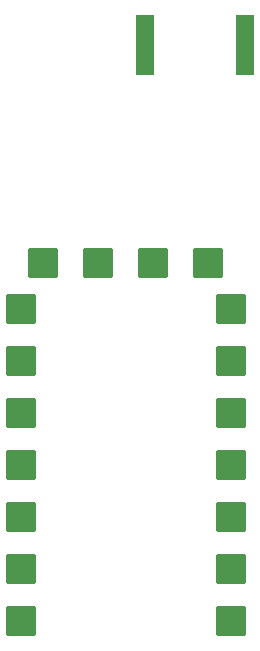
<source format=gbr>
%TF.GenerationSoftware,KiCad,Pcbnew,8.0.7*%
%TF.CreationDate,2025-01-11T16:41:09-06:00*%
%TF.ProjectId,ptSolar,7074536f-6c61-4722-9e6b-696361645f70,rev?*%
%TF.SameCoordinates,Original*%
%TF.FileFunction,Paste,Bot*%
%TF.FilePolarity,Positive*%
%FSLAX46Y46*%
G04 Gerber Fmt 4.6, Leading zero omitted, Abs format (unit mm)*
G04 Created by KiCad (PCBNEW 8.0.7) date 2025-01-11 16:41:09*
%MOMM*%
%LPD*%
G01*
G04 APERTURE LIST*
G04 Aperture macros list*
%AMRoundRect*
0 Rectangle with rounded corners*
0 $1 Rounding radius*
0 $2 $3 $4 $5 $6 $7 $8 $9 X,Y pos of 4 corners*
0 Add a 4 corners polygon primitive as box body*
4,1,4,$2,$3,$4,$5,$6,$7,$8,$9,$2,$3,0*
0 Add four circle primitives for the rounded corners*
1,1,$1+$1,$2,$3*
1,1,$1+$1,$4,$5*
1,1,$1+$1,$6,$7*
1,1,$1+$1,$8,$9*
0 Add four rect primitives between the rounded corners*
20,1,$1+$1,$2,$3,$4,$5,0*
20,1,$1+$1,$4,$5,$6,$7,0*
20,1,$1+$1,$6,$7,$8,$9,0*
20,1,$1+$1,$8,$9,$2,$3,0*%
G04 Aperture macros list end*
%ADD10R,1.500000X5.080000*%
%ADD11RoundRect,0.125000X-1.125000X-1.125000X1.125000X-1.125000X1.125000X1.125000X-1.125000X1.125000X0*%
G04 APERTURE END LIST*
D10*
%TO.C,ANT2*%
X151500000Y-70750000D03*
X160000000Y-70750000D03*
%TD*%
D11*
%TO.C,U2*%
X158800000Y-119500000D03*
X158800000Y-115100000D03*
X158800000Y-110700000D03*
X158800000Y-106300000D03*
X158800000Y-101900000D03*
X158800000Y-97500000D03*
X158800000Y-93100000D03*
X156800000Y-89200000D03*
X152166666Y-89200000D03*
X147533333Y-89200000D03*
X142900000Y-89200000D03*
X141000000Y-93100000D03*
X141000000Y-97500000D03*
X141000000Y-101900000D03*
X141000000Y-106300000D03*
X141000000Y-110700000D03*
X141000000Y-115100000D03*
X141000000Y-119500000D03*
%TD*%
M02*

</source>
